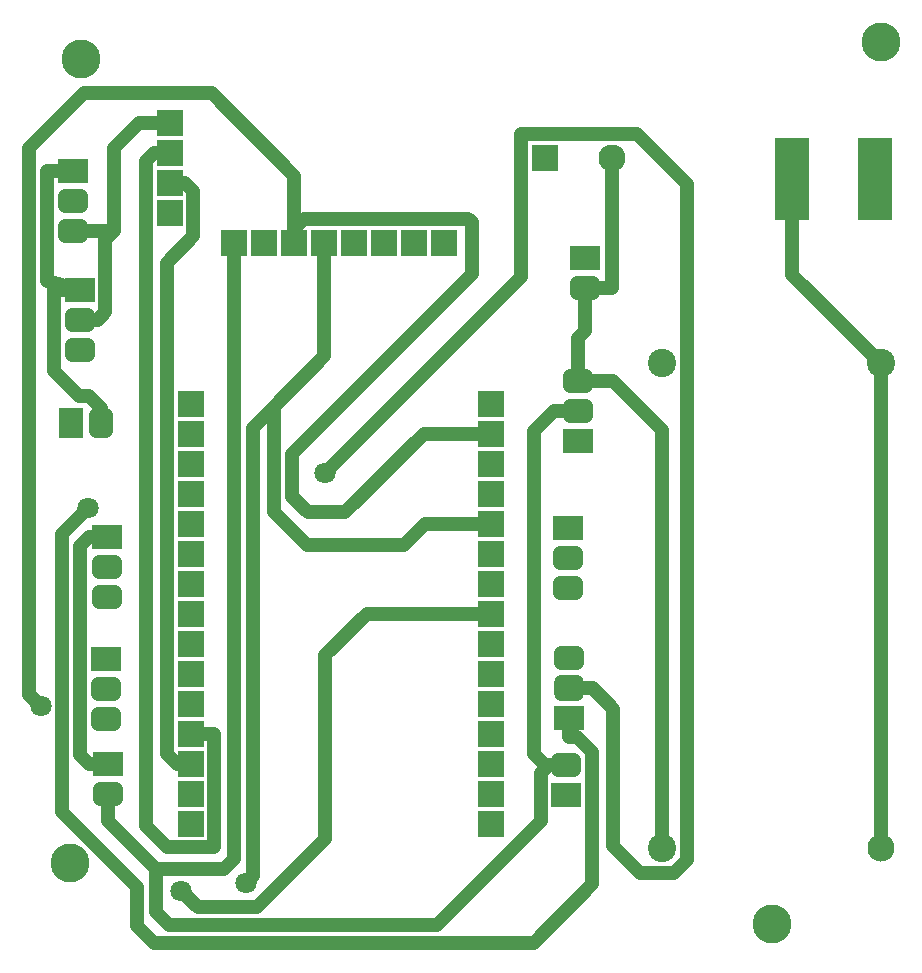
<source format=gtl>
G04*
G04 #@! TF.GenerationSoftware,Altium Limited,Altium Designer,24.0.1 (36)*
G04*
G04 Layer_Physical_Order=1*
G04 Layer_Color=255*
%FSLAX43Y43*%
%MOMM*%
G71*
G04*
G04 #@! TF.SameCoordinates,EBF473D2-59F7-4800-8C67-C9A5536F996E*
G04*
G04*
G04 #@! TF.FilePolarity,Positive*
G04*
G01*
G75*
%ADD25R,2.300X2.300*%
%ADD27C,1.200*%
%ADD28R,3.000X7.000*%
G04:AMPARAMS|DCode=29|XSize=2mm|YSize=2.5mm|CornerRadius=0.5mm|HoleSize=0mm|Usage=FLASHONLY|Rotation=270.000|XOffset=0mm|YOffset=0mm|HoleType=Round|Shape=RoundedRectangle|*
%AMROUNDEDRECTD29*
21,1,2.000,1.500,0,0,270.0*
21,1,1.000,2.500,0,0,270.0*
1,1,1.000,-0.750,-0.500*
1,1,1.000,-0.750,0.500*
1,1,1.000,0.750,0.500*
1,1,1.000,0.750,-0.500*
%
%ADD29ROUNDEDRECTD29*%
%ADD30C,3.300*%
G04:AMPARAMS|DCode=31|XSize=2.2mm|YSize=2.5mm|CornerRadius=0.55mm|HoleSize=0mm|Usage=FLASHONLY|Rotation=90.000|XOffset=0mm|YOffset=0mm|HoleType=Round|Shape=RoundedRectangle|*
%AMROUNDEDRECTD31*
21,1,2.200,1.400,0,0,90.0*
21,1,1.100,2.500,0,0,90.0*
1,1,1.100,0.700,0.550*
1,1,1.100,0.700,-0.550*
1,1,1.100,-0.700,-0.550*
1,1,1.100,-0.700,0.550*
%
%ADD31ROUNDEDRECTD31*%
%ADD32R,2.500X2.000*%
G04:AMPARAMS|DCode=33|XSize=2mm|YSize=2.5mm|CornerRadius=0.5mm|HoleSize=0mm|Usage=FLASHONLY|Rotation=0.000|XOffset=0mm|YOffset=0mm|HoleType=Round|Shape=RoundedRectangle|*
%AMROUNDEDRECTD33*
21,1,2.000,1.500,0,0,0.0*
21,1,1.000,2.500,0,0,0.0*
1,1,1.000,0.500,-0.750*
1,1,1.000,-0.500,-0.750*
1,1,1.000,-0.500,0.750*
1,1,1.000,0.500,0.750*
%
%ADD33ROUNDEDRECTD33*%
%ADD34R,2.000X2.500*%
%ADD35C,2.300*%
%ADD36C,2.400*%
%ADD37R,2.200X2.200*%
%ADD38R,2.200X2.200*%
%ADD39C,1.800*%
D25*
X46000Y68600D02*
D03*
D27*
X45992Y17200D02*
X46280D01*
X13052Y8394D02*
X13089Y8357D01*
X24780Y62611D02*
Y67088D01*
X21233Y45722D02*
X23009Y47498D01*
X48000Y19583D02*
X48663D01*
X46280Y17200D02*
X47800D01*
X45640Y16561D02*
X46280Y17200D01*
X45640Y12446D02*
Y16561D01*
X36851Y3656D02*
X45640Y12446D01*
X14146Y3656D02*
X36851D01*
X13052Y4750D02*
X14146Y3656D01*
X13052Y4750D02*
Y8394D01*
X9000Y12446D02*
X13052Y8394D01*
X9000Y12446D02*
Y14760D01*
X2308Y23165D02*
X3299Y22174D01*
X2308Y23165D02*
Y69444D01*
X6956Y74092D01*
X17777D01*
X24780Y67088D01*
X20698Y7239D02*
X21233Y7774D01*
Y45722D01*
X27320Y51809D02*
Y61400D01*
X35833Y37640D02*
X41400D01*
X34058Y35865D02*
X35833Y37640D01*
X25803Y35865D02*
X34058D01*
X23009Y38659D02*
X25803Y35865D01*
X23009Y38659D02*
Y47498D01*
X27320Y51809D01*
X48000Y23700D02*
X50033D01*
X51787Y21946D01*
Y10312D02*
Y21946D01*
Y10312D02*
X54022Y8077D01*
X56918D01*
X58010Y9169D01*
Y66421D01*
X53768Y70663D02*
X58010Y66421D01*
X43939Y70663D02*
X53768D01*
X43939Y58493D02*
Y70663D01*
X27403Y41958D02*
X43939Y58493D01*
X48000Y19583D02*
Y21160D01*
X48663Y19583D02*
X49958Y18288D01*
Y7087D02*
Y18288D01*
X45028Y2156D02*
X49958Y7087D01*
X12852Y2156D02*
X45028D01*
X11452Y3556D02*
X12852Y2156D01*
X11452Y3556D02*
Y6883D01*
X5102Y13233D02*
X11452Y6883D01*
X5102Y13233D02*
Y36779D01*
X7286Y38964D01*
X8110Y54900D02*
X8760Y55550D01*
Y61683D01*
X9522Y62420D01*
X6000D02*
X9522D01*
X11658Y71580D02*
X14200D01*
X9522Y69444D02*
X11658Y71580D01*
X9522Y62420D02*
Y69444D01*
X6600Y54900D02*
X8110D01*
X3832Y67500D02*
X6000D01*
X3832Y58166D02*
Y67500D01*
Y58166D02*
X6600Y57440D01*
X35732Y45260D02*
X41400D01*
X29054Y38583D02*
X35732Y45260D01*
X25886Y38583D02*
X29054D01*
X24533Y39936D02*
X25886Y38583D01*
X24533Y39936D02*
Y43536D01*
X39773Y58776D01*
Y63144D01*
X39494Y63424D02*
X39773Y63144D01*
X25593Y63424D02*
X39494D01*
X24780Y62611D02*
X25593Y63424D01*
X24780Y61400D02*
Y62611D01*
X55899Y10200D02*
Y45603D01*
X51762Y49740D02*
X55899Y45603D01*
X48800Y49740D02*
X51762D01*
X12903Y69040D02*
X14200D01*
X12189Y68326D02*
X12903Y69040D01*
X12189Y12040D02*
Y68326D01*
Y12040D02*
X13992Y10236D01*
X18005D01*
Y19860D01*
X16000D02*
X18005D01*
X30883Y30020D02*
X41400D01*
X27403Y26540D02*
X30883Y30020D01*
X27403Y10919D02*
Y26540D01*
X21640Y5156D02*
X27403Y10919D01*
X16583Y5156D02*
X21640D01*
X15186Y6553D02*
X16583Y5156D01*
X8400Y46200D02*
Y47451D01*
X7388Y48463D02*
X8400Y47451D01*
X6524Y48463D02*
X7388D01*
X4442Y50546D02*
X6524Y48463D01*
X4442Y50546D02*
Y57440D01*
X6600D01*
X13089Y8357D02*
X18818D01*
X19700Y9239D01*
Y61400D01*
X74400Y10200D02*
Y51200D01*
X66900Y58700D02*
Y66800D01*
Y58700D02*
X74400Y51200D01*
X49400Y57560D02*
X51700D01*
Y68600D01*
X14833Y17320D02*
X16000D01*
X13992Y18161D02*
X14833Y17320D01*
X13992Y18161D02*
Y59741D01*
X16202Y61951D01*
Y65786D01*
X15488Y66500D02*
X16202Y65786D01*
X14200Y66500D02*
X15488D01*
X46765Y47200D02*
X48800D01*
X45031Y45466D02*
X46765Y47200D01*
X45031Y18161D02*
Y45466D01*
Y18161D02*
X45992Y17200D01*
X7388Y36480D02*
X8900D01*
X6626Y35718D02*
X7388Y36480D01*
X6626Y18062D02*
Y35718D01*
Y18062D02*
X7388Y17300D01*
X9000D01*
X49400Y53940D02*
Y57560D01*
X48800Y53340D02*
X49400Y53940D01*
X48800Y49740D02*
Y53340D01*
D28*
X73900Y66800D02*
D03*
X66900D02*
D03*
D29*
X8900Y31400D02*
D03*
Y33940D02*
D03*
X48800Y49740D02*
D03*
X48000Y26240D02*
D03*
X6600Y54900D02*
D03*
Y52360D02*
D03*
X48800Y47200D02*
D03*
X49400Y57560D02*
D03*
X6000Y64960D02*
D03*
Y62420D02*
D03*
X47900Y34700D02*
D03*
Y32160D02*
D03*
X9000Y14760D02*
D03*
X8800Y23660D02*
D03*
Y21120D02*
D03*
X47800Y17200D02*
D03*
D30*
X65200Y3700D02*
D03*
X5800Y8900D02*
D03*
X74400Y78400D02*
D03*
X6700Y77000D02*
D03*
D31*
X48000Y23700D02*
D03*
D32*
Y21160D02*
D03*
X8900Y36480D02*
D03*
X6600Y57440D02*
D03*
X48800Y44660D02*
D03*
X49400Y60100D02*
D03*
X6000Y67500D02*
D03*
X47900Y37240D02*
D03*
X9000Y17300D02*
D03*
X8800Y26200D02*
D03*
X47800Y14660D02*
D03*
D33*
X8400Y46200D02*
D03*
D34*
X5860D02*
D03*
D35*
X51700Y68600D02*
D03*
X74400Y10200D02*
D03*
D36*
X55899Y51200D02*
D03*
Y10200D02*
D03*
X74400Y51200D02*
D03*
D37*
X14200Y63960D02*
D03*
Y66500D02*
D03*
Y69040D02*
D03*
Y71580D02*
D03*
X27320Y61400D02*
D03*
X29860D02*
D03*
X32400D02*
D03*
X34940D02*
D03*
X37480D02*
D03*
D38*
X24780D02*
D03*
X22240D02*
D03*
X19700D02*
D03*
X41400Y47800D02*
D03*
X16000D02*
D03*
Y45260D02*
D03*
Y42720D02*
D03*
Y40180D02*
D03*
Y37640D02*
D03*
Y35100D02*
D03*
Y32560D02*
D03*
Y30020D02*
D03*
Y27480D02*
D03*
Y24940D02*
D03*
Y22400D02*
D03*
Y19860D02*
D03*
Y17320D02*
D03*
Y14780D02*
D03*
Y12240D02*
D03*
X41400D02*
D03*
Y14780D02*
D03*
Y17320D02*
D03*
Y19860D02*
D03*
Y22400D02*
D03*
Y24940D02*
D03*
Y27480D02*
D03*
Y30020D02*
D03*
Y32560D02*
D03*
Y35100D02*
D03*
Y37640D02*
D03*
Y40180D02*
D03*
Y42720D02*
D03*
Y45260D02*
D03*
D39*
X3299Y22174D02*
D03*
X20698Y7239D02*
D03*
X27403Y41958D02*
D03*
X7286Y38964D02*
D03*
X15186Y6553D02*
D03*
M02*

</source>
